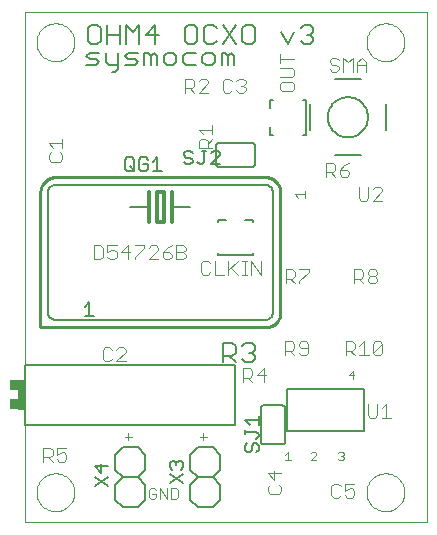
<source format=gto>
G75*
G70*
%OFA0B0*%
%FSLAX24Y24*%
%IPPOS*%
%LPD*%
%AMOC8*
5,1,8,0,0,1.08239X$1,22.5*
%
%ADD10C,0.0000*%
%ADD11C,0.0060*%
%ADD12C,0.0040*%
%ADD13C,0.0030*%
%ADD14C,0.0100*%
%ADD15C,0.0120*%
%ADD16C,0.0050*%
%ADD17R,0.0250X0.1000*%
%ADD18R,0.0250X0.0350*%
%ADD19C,0.0070*%
%ADD20C,0.0080*%
D10*
X000600Y000100D02*
X000600Y017096D01*
X013970Y017096D01*
X013970Y000100D01*
X000600Y000100D01*
X000970Y001100D02*
X000972Y001150D01*
X000978Y001200D01*
X000988Y001249D01*
X001002Y001297D01*
X001019Y001344D01*
X001040Y001389D01*
X001065Y001433D01*
X001093Y001474D01*
X001125Y001513D01*
X001159Y001550D01*
X001196Y001584D01*
X001236Y001614D01*
X001278Y001641D01*
X001322Y001665D01*
X001368Y001686D01*
X001415Y001702D01*
X001463Y001715D01*
X001513Y001724D01*
X001562Y001729D01*
X001613Y001730D01*
X001663Y001727D01*
X001712Y001720D01*
X001761Y001709D01*
X001809Y001694D01*
X001855Y001676D01*
X001900Y001654D01*
X001943Y001628D01*
X001984Y001599D01*
X002023Y001567D01*
X002059Y001532D01*
X002091Y001494D01*
X002121Y001454D01*
X002148Y001411D01*
X002171Y001367D01*
X002190Y001321D01*
X002206Y001273D01*
X002218Y001224D01*
X002226Y001175D01*
X002230Y001125D01*
X002230Y001075D01*
X002226Y001025D01*
X002218Y000976D01*
X002206Y000927D01*
X002190Y000879D01*
X002171Y000833D01*
X002148Y000789D01*
X002121Y000746D01*
X002091Y000706D01*
X002059Y000668D01*
X002023Y000633D01*
X001984Y000601D01*
X001943Y000572D01*
X001900Y000546D01*
X001855Y000524D01*
X001809Y000506D01*
X001761Y000491D01*
X001712Y000480D01*
X001663Y000473D01*
X001613Y000470D01*
X001562Y000471D01*
X001513Y000476D01*
X001463Y000485D01*
X001415Y000498D01*
X001368Y000514D01*
X001322Y000535D01*
X001278Y000559D01*
X001236Y000586D01*
X001196Y000616D01*
X001159Y000650D01*
X001125Y000687D01*
X001093Y000726D01*
X001065Y000767D01*
X001040Y000811D01*
X001019Y000856D01*
X001002Y000903D01*
X000988Y000951D01*
X000978Y001000D01*
X000972Y001050D01*
X000970Y001100D01*
X011970Y001100D02*
X011972Y001150D01*
X011978Y001200D01*
X011988Y001249D01*
X012002Y001297D01*
X012019Y001344D01*
X012040Y001389D01*
X012065Y001433D01*
X012093Y001474D01*
X012125Y001513D01*
X012159Y001550D01*
X012196Y001584D01*
X012236Y001614D01*
X012278Y001641D01*
X012322Y001665D01*
X012368Y001686D01*
X012415Y001702D01*
X012463Y001715D01*
X012513Y001724D01*
X012562Y001729D01*
X012613Y001730D01*
X012663Y001727D01*
X012712Y001720D01*
X012761Y001709D01*
X012809Y001694D01*
X012855Y001676D01*
X012900Y001654D01*
X012943Y001628D01*
X012984Y001599D01*
X013023Y001567D01*
X013059Y001532D01*
X013091Y001494D01*
X013121Y001454D01*
X013148Y001411D01*
X013171Y001367D01*
X013190Y001321D01*
X013206Y001273D01*
X013218Y001224D01*
X013226Y001175D01*
X013230Y001125D01*
X013230Y001075D01*
X013226Y001025D01*
X013218Y000976D01*
X013206Y000927D01*
X013190Y000879D01*
X013171Y000833D01*
X013148Y000789D01*
X013121Y000746D01*
X013091Y000706D01*
X013059Y000668D01*
X013023Y000633D01*
X012984Y000601D01*
X012943Y000572D01*
X012900Y000546D01*
X012855Y000524D01*
X012809Y000506D01*
X012761Y000491D01*
X012712Y000480D01*
X012663Y000473D01*
X012613Y000470D01*
X012562Y000471D01*
X012513Y000476D01*
X012463Y000485D01*
X012415Y000498D01*
X012368Y000514D01*
X012322Y000535D01*
X012278Y000559D01*
X012236Y000586D01*
X012196Y000616D01*
X012159Y000650D01*
X012125Y000687D01*
X012093Y000726D01*
X012065Y000767D01*
X012040Y000811D01*
X012019Y000856D01*
X012002Y000903D01*
X011988Y000951D01*
X011978Y001000D01*
X011972Y001050D01*
X011970Y001100D01*
X011970Y016100D02*
X011972Y016150D01*
X011978Y016200D01*
X011988Y016249D01*
X012002Y016297D01*
X012019Y016344D01*
X012040Y016389D01*
X012065Y016433D01*
X012093Y016474D01*
X012125Y016513D01*
X012159Y016550D01*
X012196Y016584D01*
X012236Y016614D01*
X012278Y016641D01*
X012322Y016665D01*
X012368Y016686D01*
X012415Y016702D01*
X012463Y016715D01*
X012513Y016724D01*
X012562Y016729D01*
X012613Y016730D01*
X012663Y016727D01*
X012712Y016720D01*
X012761Y016709D01*
X012809Y016694D01*
X012855Y016676D01*
X012900Y016654D01*
X012943Y016628D01*
X012984Y016599D01*
X013023Y016567D01*
X013059Y016532D01*
X013091Y016494D01*
X013121Y016454D01*
X013148Y016411D01*
X013171Y016367D01*
X013190Y016321D01*
X013206Y016273D01*
X013218Y016224D01*
X013226Y016175D01*
X013230Y016125D01*
X013230Y016075D01*
X013226Y016025D01*
X013218Y015976D01*
X013206Y015927D01*
X013190Y015879D01*
X013171Y015833D01*
X013148Y015789D01*
X013121Y015746D01*
X013091Y015706D01*
X013059Y015668D01*
X013023Y015633D01*
X012984Y015601D01*
X012943Y015572D01*
X012900Y015546D01*
X012855Y015524D01*
X012809Y015506D01*
X012761Y015491D01*
X012712Y015480D01*
X012663Y015473D01*
X012613Y015470D01*
X012562Y015471D01*
X012513Y015476D01*
X012463Y015485D01*
X012415Y015498D01*
X012368Y015514D01*
X012322Y015535D01*
X012278Y015559D01*
X012236Y015586D01*
X012196Y015616D01*
X012159Y015650D01*
X012125Y015687D01*
X012093Y015726D01*
X012065Y015767D01*
X012040Y015811D01*
X012019Y015856D01*
X012002Y015903D01*
X011988Y015951D01*
X011978Y016000D01*
X011972Y016050D01*
X011970Y016100D01*
X000970Y016100D02*
X000972Y016150D01*
X000978Y016200D01*
X000988Y016249D01*
X001002Y016297D01*
X001019Y016344D01*
X001040Y016389D01*
X001065Y016433D01*
X001093Y016474D01*
X001125Y016513D01*
X001159Y016550D01*
X001196Y016584D01*
X001236Y016614D01*
X001278Y016641D01*
X001322Y016665D01*
X001368Y016686D01*
X001415Y016702D01*
X001463Y016715D01*
X001513Y016724D01*
X001562Y016729D01*
X001613Y016730D01*
X001663Y016727D01*
X001712Y016720D01*
X001761Y016709D01*
X001809Y016694D01*
X001855Y016676D01*
X001900Y016654D01*
X001943Y016628D01*
X001984Y016599D01*
X002023Y016567D01*
X002059Y016532D01*
X002091Y016494D01*
X002121Y016454D01*
X002148Y016411D01*
X002171Y016367D01*
X002190Y016321D01*
X002206Y016273D01*
X002218Y016224D01*
X002226Y016175D01*
X002230Y016125D01*
X002230Y016075D01*
X002226Y016025D01*
X002218Y015976D01*
X002206Y015927D01*
X002190Y015879D01*
X002171Y015833D01*
X002148Y015789D01*
X002121Y015746D01*
X002091Y015706D01*
X002059Y015668D01*
X002023Y015633D01*
X001984Y015601D01*
X001943Y015572D01*
X001900Y015546D01*
X001855Y015524D01*
X001809Y015506D01*
X001761Y015491D01*
X001712Y015480D01*
X001663Y015473D01*
X001613Y015470D01*
X001562Y015471D01*
X001513Y015476D01*
X001463Y015485D01*
X001415Y015498D01*
X001368Y015514D01*
X001322Y015535D01*
X001278Y015559D01*
X001236Y015586D01*
X001196Y015616D01*
X001159Y015650D01*
X001125Y015687D01*
X001093Y015726D01*
X001065Y015767D01*
X001040Y015811D01*
X001019Y015856D01*
X001002Y015903D01*
X000988Y015951D01*
X000978Y016000D01*
X000972Y016050D01*
X000970Y016100D01*
D11*
X002680Y016137D02*
X002787Y016030D01*
X003000Y016030D01*
X003107Y016137D01*
X003107Y016564D01*
X003000Y016671D01*
X002787Y016671D01*
X002680Y016564D01*
X002680Y016137D01*
X002737Y015757D02*
X003057Y015757D01*
X003275Y015757D02*
X003275Y015437D01*
X003381Y015330D01*
X003702Y015330D01*
X003702Y015223D02*
X003595Y015116D01*
X003488Y015116D01*
X003702Y015223D02*
X003702Y015757D01*
X003919Y015650D02*
X004026Y015544D01*
X004239Y015544D01*
X004346Y015437D01*
X004239Y015330D01*
X003919Y015330D01*
X003919Y015650D02*
X004026Y015757D01*
X004346Y015757D01*
X004564Y015757D02*
X004670Y015757D01*
X004777Y015650D01*
X004884Y015757D01*
X004991Y015650D01*
X004991Y015330D01*
X004777Y015330D02*
X004777Y015650D01*
X004564Y015757D02*
X004564Y015330D01*
X004396Y016030D02*
X004396Y016671D01*
X004183Y016457D01*
X003969Y016671D01*
X003969Y016030D01*
X003752Y016030D02*
X003752Y016671D01*
X003752Y016350D02*
X003325Y016350D01*
X003325Y016030D02*
X003325Y016671D01*
X002737Y015757D02*
X002630Y015650D01*
X002737Y015544D01*
X002950Y015544D01*
X003057Y015437D01*
X002950Y015330D01*
X002630Y015330D01*
X004614Y016350D02*
X005041Y016350D01*
X004934Y016030D02*
X004934Y016671D01*
X004614Y016350D01*
X005208Y015650D02*
X005208Y015437D01*
X005315Y015330D01*
X005528Y015330D01*
X005635Y015437D01*
X005635Y015650D01*
X005528Y015757D01*
X005315Y015757D01*
X005208Y015650D01*
X005853Y015650D02*
X005853Y015437D01*
X005960Y015330D01*
X006280Y015330D01*
X006497Y015437D02*
X006604Y015330D01*
X006818Y015330D01*
X006924Y015437D01*
X006924Y015650D01*
X006818Y015757D01*
X006604Y015757D01*
X006497Y015650D01*
X006497Y015437D01*
X006280Y015757D02*
X005960Y015757D01*
X005853Y015650D01*
X006010Y016030D02*
X005903Y016137D01*
X005903Y016564D01*
X006010Y016671D01*
X006223Y016671D01*
X006330Y016564D01*
X006330Y016137D01*
X006223Y016030D01*
X006010Y016030D01*
X006547Y016137D02*
X006654Y016030D01*
X006868Y016030D01*
X006974Y016137D01*
X007192Y016030D02*
X007619Y016671D01*
X007836Y016564D02*
X007836Y016137D01*
X007943Y016030D01*
X008157Y016030D01*
X008263Y016137D01*
X008263Y016564D01*
X008157Y016671D01*
X007943Y016671D01*
X007836Y016564D01*
X007619Y016030D02*
X007192Y016671D01*
X006974Y016564D02*
X006868Y016671D01*
X006654Y016671D01*
X006547Y016564D01*
X006547Y016137D01*
X007142Y015757D02*
X007142Y015330D01*
X007355Y015330D02*
X007355Y015650D01*
X007462Y015757D01*
X007569Y015650D01*
X007569Y015330D01*
X007355Y015650D02*
X007249Y015757D01*
X007142Y015757D01*
X009125Y016457D02*
X009339Y016030D01*
X009553Y016457D01*
X009770Y016564D02*
X009877Y016671D01*
X010090Y016671D01*
X010197Y016564D01*
X010197Y016457D01*
X010090Y016350D01*
X010197Y016244D01*
X010197Y016137D01*
X010090Y016030D01*
X009877Y016030D01*
X009770Y016137D01*
X009984Y016350D02*
X010090Y016350D01*
X008150Y012750D02*
X007050Y012750D01*
X007033Y012748D01*
X007016Y012744D01*
X007000Y012737D01*
X006986Y012727D01*
X006973Y012714D01*
X006963Y012700D01*
X006956Y012684D01*
X006952Y012667D01*
X006950Y012650D01*
X006950Y012050D01*
X006952Y012033D01*
X006956Y012016D01*
X006963Y012000D01*
X006973Y011986D01*
X006986Y011973D01*
X007000Y011963D01*
X007016Y011956D01*
X007033Y011952D01*
X007050Y011950D01*
X008150Y011950D01*
X008167Y011952D01*
X008184Y011956D01*
X008200Y011963D01*
X008214Y011973D01*
X008227Y011986D01*
X008237Y012000D01*
X008244Y012016D01*
X008248Y012033D01*
X008250Y012050D01*
X008250Y012650D01*
X008248Y012667D01*
X008244Y012684D01*
X008237Y012700D01*
X008227Y012714D01*
X008214Y012727D01*
X008200Y012737D01*
X008184Y012744D01*
X008167Y012748D01*
X008150Y012750D01*
X008600Y011350D02*
X001600Y011350D01*
X001570Y011348D01*
X001540Y011343D01*
X001511Y011334D01*
X001484Y011321D01*
X001458Y011306D01*
X001434Y011287D01*
X001413Y011266D01*
X001394Y011242D01*
X001379Y011216D01*
X001366Y011189D01*
X001357Y011160D01*
X001352Y011130D01*
X001350Y011100D01*
X001350Y007100D01*
X001352Y007070D01*
X001357Y007040D01*
X001366Y007011D01*
X001379Y006984D01*
X001394Y006958D01*
X001413Y006934D01*
X001434Y006913D01*
X001458Y006894D01*
X001484Y006879D01*
X001511Y006866D01*
X001540Y006857D01*
X001570Y006852D01*
X001600Y006850D01*
X008600Y006850D01*
X008630Y006852D01*
X008660Y006857D01*
X008689Y006866D01*
X008716Y006879D01*
X008742Y006894D01*
X008766Y006913D01*
X008787Y006934D01*
X008806Y006958D01*
X008821Y006984D01*
X008834Y007011D01*
X008843Y007040D01*
X008848Y007070D01*
X008850Y007100D01*
X008850Y011100D01*
X008848Y011130D01*
X008843Y011160D01*
X008834Y011189D01*
X008821Y011216D01*
X008806Y011242D01*
X008787Y011266D01*
X008766Y011287D01*
X008742Y011306D01*
X008716Y011321D01*
X008689Y011334D01*
X008660Y011343D01*
X008630Y011348D01*
X008600Y011350D01*
X006100Y010600D02*
X005470Y010600D01*
X004730Y010600D02*
X004100Y010600D01*
X000600Y005350D02*
X000600Y003350D01*
X007600Y003350D01*
X007600Y005350D01*
X000600Y005350D01*
X003600Y002350D02*
X003600Y001850D01*
X003850Y001600D01*
X003600Y001350D01*
X003600Y000850D01*
X003850Y000600D01*
X004350Y000600D01*
X004600Y000850D01*
X004600Y001350D01*
X004350Y001600D01*
X003850Y001600D01*
X004350Y001600D02*
X004600Y001850D01*
X004600Y002350D01*
X004350Y002600D01*
X003850Y002600D01*
X003600Y002350D01*
X006100Y002350D02*
X006100Y001850D01*
X006350Y001600D01*
X006100Y001350D01*
X006100Y000850D01*
X006350Y000600D01*
X006850Y000600D01*
X007100Y000850D01*
X007100Y001350D01*
X006850Y001600D01*
X006350Y001600D01*
X006850Y001600D02*
X007100Y001850D01*
X007100Y002350D01*
X006850Y002600D01*
X006350Y002600D01*
X006100Y002350D01*
X008450Y002800D02*
X008450Y003900D01*
X008452Y003917D01*
X008456Y003934D01*
X008463Y003950D01*
X008473Y003964D01*
X008486Y003977D01*
X008500Y003987D01*
X008516Y003994D01*
X008533Y003998D01*
X008550Y004000D01*
X009150Y004000D01*
X009167Y003998D01*
X009184Y003994D01*
X009200Y003987D01*
X009214Y003977D01*
X009227Y003964D01*
X009237Y003950D01*
X009244Y003934D01*
X009248Y003917D01*
X009250Y003900D01*
X009250Y002800D01*
X009248Y002783D01*
X009244Y002766D01*
X009237Y002750D01*
X009227Y002736D01*
X009214Y002723D01*
X009200Y002713D01*
X009184Y002706D01*
X009167Y002702D01*
X009150Y002700D01*
X008550Y002700D01*
X008533Y002702D01*
X008516Y002706D01*
X008500Y002713D01*
X008486Y002723D01*
X008473Y002736D01*
X008463Y002750D01*
X008456Y002766D01*
X008452Y002783D01*
X008450Y002800D01*
D12*
X009261Y002357D02*
X009354Y002450D01*
X009354Y002170D01*
X009261Y002170D02*
X009448Y002170D01*
X009130Y001740D02*
X008670Y001740D01*
X008900Y001510D01*
X008900Y001817D01*
X009053Y001356D02*
X009130Y001279D01*
X009130Y001126D01*
X009053Y001049D01*
X008746Y001049D01*
X008670Y001126D01*
X008670Y001279D01*
X008746Y001356D01*
X010112Y002166D02*
X010299Y002353D01*
X010299Y002400D01*
X010252Y002447D01*
X010159Y002447D01*
X010112Y002400D01*
X010112Y002166D02*
X010299Y002166D01*
X010876Y001380D02*
X010799Y001304D01*
X010799Y000997D01*
X010876Y000920D01*
X011029Y000920D01*
X011106Y000997D01*
X011260Y000997D02*
X011336Y000920D01*
X011490Y000920D01*
X011567Y000997D01*
X011567Y001150D01*
X011490Y001227D01*
X011413Y001227D01*
X011260Y001150D01*
X011260Y001380D01*
X011567Y001380D01*
X011106Y001304D02*
X011029Y001380D01*
X010876Y001380D01*
X011069Y002170D02*
X011022Y002217D01*
X011069Y002170D02*
X011162Y002170D01*
X011209Y002217D01*
X011209Y002263D01*
X011162Y002310D01*
X011115Y002310D01*
X011162Y002310D02*
X011209Y002357D01*
X011209Y002404D01*
X011162Y002450D01*
X011069Y002450D01*
X011022Y002404D01*
X012097Y003590D02*
X012250Y003590D01*
X012327Y003667D01*
X012327Y004050D01*
X012480Y003897D02*
X012634Y004050D01*
X012634Y003590D01*
X012787Y003590D02*
X012480Y003590D01*
X012097Y003590D02*
X012020Y003667D01*
X012020Y004050D01*
X011510Y004870D02*
X011510Y005150D01*
X011370Y005010D01*
X011557Y005010D01*
X011577Y005670D02*
X011423Y005823D01*
X011500Y005823D02*
X011270Y005823D01*
X011270Y005670D02*
X011270Y006130D01*
X011500Y006130D01*
X011577Y006054D01*
X011577Y005900D01*
X011500Y005823D01*
X011730Y005670D02*
X012037Y005670D01*
X011884Y005670D02*
X011884Y006130D01*
X011730Y005977D01*
X012191Y006054D02*
X012191Y005747D01*
X012498Y006054D01*
X012498Y005747D01*
X012421Y005670D01*
X012268Y005670D01*
X012191Y005747D01*
X012191Y006054D02*
X012268Y006130D01*
X012421Y006130D01*
X012498Y006054D01*
X012240Y008070D02*
X012086Y008070D01*
X012010Y008147D01*
X012010Y008223D01*
X012086Y008300D01*
X012240Y008300D01*
X012317Y008223D01*
X012317Y008147D01*
X012240Y008070D01*
X012240Y008300D02*
X012317Y008377D01*
X012317Y008454D01*
X012240Y008530D01*
X012086Y008530D01*
X012010Y008454D01*
X012010Y008377D01*
X012086Y008300D01*
X011856Y008300D02*
X011779Y008223D01*
X011549Y008223D01*
X011549Y008070D02*
X011549Y008530D01*
X011779Y008530D01*
X011856Y008454D01*
X011856Y008300D01*
X011703Y008223D02*
X011856Y008070D01*
X010037Y008454D02*
X009730Y008147D01*
X009730Y008070D01*
X009577Y008070D02*
X009423Y008223D01*
X009500Y008223D02*
X009270Y008223D01*
X009270Y008070D02*
X009270Y008530D01*
X009500Y008530D01*
X009577Y008454D01*
X009577Y008300D01*
X009500Y008223D01*
X009730Y008530D02*
X010037Y008530D01*
X010037Y008454D01*
X008441Y008351D02*
X008441Y008811D01*
X008134Y008811D02*
X008441Y008351D01*
X008134Y008351D02*
X008134Y008811D01*
X007980Y008811D02*
X007827Y008811D01*
X007904Y008811D02*
X007904Y008351D01*
X007980Y008351D02*
X007827Y008351D01*
X007673Y008351D02*
X007443Y008581D01*
X007367Y008505D02*
X007673Y008811D01*
X007367Y008811D02*
X007367Y008351D01*
X007213Y008351D02*
X006906Y008351D01*
X006906Y008811D01*
X006753Y008735D02*
X006676Y008811D01*
X006522Y008811D01*
X006446Y008735D01*
X006446Y008428D01*
X006522Y008351D01*
X006676Y008351D01*
X006753Y008428D01*
X005939Y008947D02*
X005863Y008870D01*
X005632Y008870D01*
X005632Y009330D01*
X005863Y009330D01*
X005939Y009254D01*
X005939Y009177D01*
X005863Y009100D01*
X005632Y009100D01*
X005479Y009023D02*
X005402Y009100D01*
X005172Y009100D01*
X005172Y008947D01*
X005249Y008870D01*
X005402Y008870D01*
X005479Y008947D01*
X005479Y009023D01*
X005325Y009254D02*
X005172Y009100D01*
X005018Y009177D02*
X005018Y009254D01*
X004942Y009330D01*
X004788Y009330D01*
X004712Y009254D01*
X004558Y009254D02*
X004558Y009330D01*
X004251Y009330D01*
X004021Y009330D02*
X003791Y009100D01*
X004098Y009100D01*
X004251Y008947D02*
X004251Y008870D01*
X004251Y008947D02*
X004558Y009254D01*
X004712Y008870D02*
X005018Y009177D01*
X005018Y008870D02*
X004712Y008870D01*
X005325Y009254D02*
X005479Y009330D01*
X005863Y009100D02*
X005939Y009023D01*
X005939Y008947D01*
X004021Y008870D02*
X004021Y009330D01*
X003637Y009330D02*
X003330Y009330D01*
X003330Y009100D01*
X003484Y009177D01*
X003561Y009177D01*
X003637Y009100D01*
X003637Y008947D01*
X003561Y008870D01*
X003407Y008870D01*
X003330Y008947D01*
X003177Y008947D02*
X003100Y008870D01*
X002870Y008870D01*
X002870Y009330D01*
X003100Y009330D01*
X003177Y009254D01*
X003177Y008947D01*
X003247Y005930D02*
X003170Y005854D01*
X003170Y005547D01*
X003247Y005470D01*
X003400Y005470D01*
X003477Y005547D01*
X003630Y005470D02*
X003937Y005777D01*
X003937Y005854D01*
X003861Y005930D01*
X003707Y005930D01*
X003630Y005854D01*
X003477Y005854D02*
X003400Y005930D01*
X003247Y005930D01*
X003630Y005470D02*
X003937Y005470D01*
X001967Y002580D02*
X001660Y002580D01*
X001660Y002350D01*
X001813Y002427D01*
X001890Y002427D01*
X001967Y002350D01*
X001967Y002197D01*
X001890Y002120D01*
X001736Y002120D01*
X001660Y002197D01*
X001506Y002120D02*
X001353Y002273D01*
X001429Y002273D02*
X001199Y002273D01*
X001199Y002120D02*
X001199Y002580D01*
X001429Y002580D01*
X001506Y002504D01*
X001506Y002350D01*
X001429Y002273D01*
X007849Y004770D02*
X007849Y005230D01*
X008079Y005230D01*
X008156Y005154D01*
X008156Y005000D01*
X008079Y004923D01*
X007849Y004923D01*
X008003Y004923D02*
X008156Y004770D01*
X008310Y005000D02*
X008617Y005000D01*
X008540Y004770D02*
X008540Y005230D01*
X008310Y005000D01*
X009249Y005670D02*
X009249Y006130D01*
X009479Y006130D01*
X009556Y006054D01*
X009556Y005900D01*
X009479Y005823D01*
X009249Y005823D01*
X009403Y005823D02*
X009556Y005670D01*
X009710Y005747D02*
X009786Y005670D01*
X009940Y005670D01*
X010017Y005747D01*
X010017Y006054D01*
X009940Y006130D01*
X009786Y006130D01*
X009710Y006054D01*
X009710Y005977D01*
X009786Y005900D01*
X010017Y005900D01*
X011797Y010820D02*
X011950Y010820D01*
X012027Y010897D01*
X012027Y011280D01*
X012180Y011204D02*
X012257Y011280D01*
X012411Y011280D01*
X012487Y011204D01*
X012487Y011127D01*
X012180Y010820D01*
X012487Y010820D01*
X011797Y010820D02*
X011720Y010897D01*
X011720Y011280D01*
X011311Y011620D02*
X011387Y011697D01*
X011387Y011773D01*
X011311Y011850D01*
X011080Y011850D01*
X011080Y011697D01*
X011157Y011620D01*
X011311Y011620D01*
X011080Y011850D02*
X011234Y012004D01*
X011387Y012080D01*
X010927Y012004D02*
X010927Y011850D01*
X010850Y011773D01*
X010620Y011773D01*
X010620Y011620D02*
X010620Y012080D01*
X010850Y012080D01*
X010927Y012004D01*
X010773Y011773D02*
X010927Y011620D01*
X009472Y014479D02*
X009165Y014479D01*
X009089Y014556D01*
X009089Y014710D01*
X009165Y014786D01*
X009472Y014786D01*
X009549Y014710D01*
X009549Y014556D01*
X009472Y014479D01*
X009472Y014940D02*
X009549Y015017D01*
X009549Y015170D01*
X009472Y015247D01*
X009089Y015247D01*
X009089Y015400D02*
X009089Y015707D01*
X009089Y015554D02*
X009549Y015554D01*
X009472Y014940D02*
X009089Y014940D01*
X007937Y014804D02*
X007937Y014727D01*
X007861Y014650D01*
X007937Y014573D01*
X007937Y014497D01*
X007861Y014420D01*
X007707Y014420D01*
X007630Y014497D01*
X007477Y014497D02*
X007400Y014420D01*
X007247Y014420D01*
X007170Y014497D01*
X007170Y014804D01*
X007247Y014880D01*
X007400Y014880D01*
X007477Y014804D01*
X007630Y014804D02*
X007707Y014880D01*
X007861Y014880D01*
X007937Y014804D01*
X007861Y014650D02*
X007784Y014650D01*
X006687Y014727D02*
X006687Y014804D01*
X006611Y014880D01*
X006457Y014880D01*
X006380Y014804D01*
X006227Y014804D02*
X006227Y014650D01*
X006150Y014573D01*
X005920Y014573D01*
X005920Y014420D02*
X005920Y014880D01*
X006150Y014880D01*
X006227Y014804D01*
X006073Y014573D02*
X006227Y014420D01*
X006380Y014420D02*
X006687Y014727D01*
X006687Y014420D02*
X006380Y014420D01*
X006830Y013337D02*
X006830Y013030D01*
X006830Y012877D02*
X006677Y012723D01*
X006677Y012800D02*
X006677Y012570D01*
X006830Y012570D02*
X006370Y012570D01*
X006370Y012800D01*
X006446Y012877D01*
X006600Y012877D01*
X006677Y012800D01*
X006523Y013030D02*
X006370Y013184D01*
X006830Y013184D01*
X010739Y015197D02*
X010816Y015120D01*
X010969Y015120D01*
X011046Y015197D01*
X011046Y015273D01*
X010969Y015350D01*
X010816Y015350D01*
X010739Y015427D01*
X010739Y015504D01*
X010816Y015580D01*
X010969Y015580D01*
X011046Y015504D01*
X011199Y015580D02*
X011353Y015427D01*
X011506Y015580D01*
X011506Y015120D01*
X011660Y015120D02*
X011660Y015427D01*
X011813Y015580D01*
X011967Y015427D01*
X011967Y015120D01*
X011967Y015350D02*
X011660Y015350D01*
X011199Y015120D02*
X011199Y015580D01*
X001830Y012887D02*
X001830Y012580D01*
X001830Y012734D02*
X001370Y012734D01*
X001523Y012580D01*
X001446Y012427D02*
X001370Y012350D01*
X001370Y012197D01*
X001446Y012120D01*
X001753Y012120D01*
X001830Y012197D01*
X001830Y012350D01*
X001753Y012427D01*
D13*
X009571Y011036D02*
X009935Y011036D01*
X009935Y010915D02*
X009935Y011158D01*
X009692Y010915D02*
X009571Y011036D01*
X006536Y003068D02*
X006536Y002826D01*
X006415Y002947D02*
X006658Y002947D01*
X005622Y001229D02*
X005440Y001229D01*
X005440Y000865D01*
X005622Y000865D01*
X005683Y000926D01*
X005683Y001168D01*
X005622Y001229D01*
X005320Y001229D02*
X005320Y000865D01*
X005078Y001229D01*
X005078Y000865D01*
X004958Y000926D02*
X004958Y001047D01*
X004836Y001047D01*
X004715Y000926D02*
X004776Y000865D01*
X004897Y000865D01*
X004958Y000926D01*
X004958Y001168D02*
X004897Y001229D01*
X004776Y001229D01*
X004715Y001168D01*
X004715Y000926D01*
X004036Y002826D02*
X004036Y003068D01*
X003915Y002947D02*
X004158Y002947D01*
D14*
X001100Y006600D02*
X001100Y011100D01*
X001102Y011144D01*
X001108Y011187D01*
X001117Y011229D01*
X001130Y011271D01*
X001147Y011311D01*
X001167Y011350D01*
X001190Y011387D01*
X001217Y011421D01*
X001246Y011454D01*
X001279Y011483D01*
X001313Y011510D01*
X001350Y011533D01*
X001389Y011553D01*
X001429Y011570D01*
X001471Y011583D01*
X001513Y011592D01*
X001556Y011598D01*
X001600Y011600D01*
X008600Y011600D01*
X008644Y011598D01*
X008687Y011592D01*
X008729Y011583D01*
X008771Y011570D01*
X008811Y011553D01*
X008850Y011533D01*
X008887Y011510D01*
X008921Y011483D01*
X008954Y011454D01*
X008983Y011421D01*
X009010Y011387D01*
X009033Y011350D01*
X009053Y011311D01*
X009070Y011271D01*
X009083Y011229D01*
X009092Y011187D01*
X009098Y011144D01*
X009100Y011100D01*
X009100Y007100D01*
X009098Y007056D01*
X009092Y007013D01*
X009083Y006971D01*
X009070Y006929D01*
X009053Y006889D01*
X009033Y006850D01*
X009010Y006813D01*
X008983Y006779D01*
X008954Y006746D01*
X008921Y006717D01*
X008887Y006690D01*
X008850Y006667D01*
X008811Y006647D01*
X008771Y006630D01*
X008729Y006617D01*
X008687Y006608D01*
X008644Y006602D01*
X008600Y006600D01*
X001100Y006600D01*
D15*
X004730Y010100D02*
X004730Y010600D01*
X004730Y011100D01*
X004970Y011100D02*
X005220Y011100D01*
X005220Y010100D01*
X004970Y010100D01*
X004970Y011100D01*
X005470Y011100D02*
X005470Y010600D01*
X005470Y010100D01*
D16*
X005146Y011815D02*
X004846Y011815D01*
X004996Y011815D02*
X004996Y012265D01*
X004846Y012115D01*
X004686Y012040D02*
X004686Y011890D01*
X004611Y011815D01*
X004460Y011815D01*
X004385Y011890D01*
X004385Y012190D01*
X004460Y012265D01*
X004611Y012265D01*
X004686Y012190D01*
X004686Y012040D02*
X004536Y012040D01*
X004225Y011890D02*
X004150Y011815D01*
X004000Y011815D01*
X003925Y011890D01*
X003925Y012190D01*
X004000Y012265D01*
X004150Y012265D01*
X004225Y012190D01*
X004225Y011890D01*
X004225Y011815D02*
X004075Y011965D01*
X005875Y012100D02*
X005950Y012025D01*
X006100Y012025D01*
X006175Y012100D01*
X006175Y012175D01*
X006100Y012250D01*
X005950Y012250D01*
X005875Y012325D01*
X005875Y012400D01*
X005950Y012475D01*
X006100Y012475D01*
X006175Y012400D01*
X006486Y012475D02*
X006636Y012475D01*
X006561Y012475D02*
X006561Y012100D01*
X006486Y012025D01*
X006410Y012025D01*
X006335Y012100D01*
X006796Y012025D02*
X007096Y012325D01*
X007096Y012400D01*
X007021Y012475D01*
X006871Y012475D01*
X006796Y012400D01*
X006796Y012025D02*
X007096Y012025D01*
X007009Y010191D02*
X007009Y010112D01*
X007009Y010191D02*
X007285Y010191D01*
X007915Y010191D02*
X008191Y010191D01*
X008191Y010112D01*
X008191Y009088D02*
X008191Y009009D01*
X007009Y009009D01*
X007009Y009088D01*
X008759Y013009D02*
X008838Y013009D01*
X008759Y013009D02*
X008759Y013285D01*
X008759Y013915D02*
X008759Y014191D01*
X008838Y014191D01*
X009862Y014191D02*
X009941Y014191D01*
X009941Y013009D01*
X009862Y013009D01*
X002875Y006975D02*
X002575Y006975D01*
X002725Y006975D02*
X002725Y007425D01*
X002575Y007275D01*
X005480Y002156D02*
X005555Y002156D01*
X005630Y002081D01*
X005705Y002156D01*
X005780Y002156D01*
X005855Y002081D01*
X005855Y001930D01*
X005780Y001855D01*
X005855Y001695D02*
X005405Y001395D01*
X005405Y001695D02*
X005855Y001395D01*
X005480Y001855D02*
X005405Y001930D01*
X005405Y002081D01*
X005480Y002156D01*
X005630Y002081D02*
X005630Y002006D01*
X003355Y001981D02*
X002905Y001981D01*
X003130Y001755D01*
X003130Y002056D01*
X003355Y001595D02*
X002905Y001295D01*
X002905Y001595D02*
X003355Y001295D01*
X007925Y002500D02*
X008000Y002425D01*
X008075Y002425D01*
X008150Y002500D01*
X008150Y002650D01*
X008225Y002725D01*
X008300Y002725D01*
X008375Y002650D01*
X008375Y002500D01*
X008300Y002425D01*
X008000Y002725D02*
X007925Y002650D01*
X007925Y002500D01*
X007925Y003036D02*
X007925Y003186D01*
X007925Y003111D02*
X008300Y003111D01*
X008375Y003036D01*
X008375Y002960D01*
X008300Y002885D01*
X008375Y003346D02*
X008375Y003646D01*
X008375Y003496D02*
X007925Y003496D01*
X008075Y003346D01*
D17*
X000475Y004350D03*
D18*
X000225Y004025D03*
X000225Y004675D03*
D19*
X007185Y005435D02*
X007185Y006066D01*
X007500Y006066D01*
X007605Y005960D01*
X007605Y005750D01*
X007500Y005645D01*
X007185Y005645D01*
X007395Y005645D02*
X007605Y005435D01*
X007830Y005540D02*
X007935Y005435D01*
X008145Y005435D01*
X008250Y005540D01*
X008250Y005645D01*
X008145Y005750D01*
X008040Y005750D01*
X008145Y005750D02*
X008250Y005855D01*
X008250Y005960D01*
X008145Y006066D01*
X007935Y006066D01*
X007830Y005960D01*
D20*
X009310Y004550D02*
X011890Y004550D01*
X011890Y003150D01*
X009310Y003150D01*
X009310Y004550D01*
X010917Y012340D02*
X011783Y012340D01*
X012610Y013167D02*
X012610Y014033D01*
X011783Y014860D02*
X010917Y014860D01*
X010090Y014033D02*
X010090Y013167D01*
X010681Y013600D02*
X010683Y013651D01*
X010689Y013702D01*
X010699Y013752D01*
X010712Y013802D01*
X010730Y013850D01*
X010750Y013897D01*
X010775Y013942D01*
X010803Y013985D01*
X010834Y014026D01*
X010868Y014064D01*
X010905Y014099D01*
X010944Y014132D01*
X010986Y014162D01*
X011030Y014188D01*
X011076Y014210D01*
X011124Y014230D01*
X011173Y014245D01*
X011223Y014257D01*
X011273Y014265D01*
X011324Y014269D01*
X011376Y014269D01*
X011427Y014265D01*
X011477Y014257D01*
X011527Y014245D01*
X011576Y014230D01*
X011624Y014210D01*
X011670Y014188D01*
X011714Y014162D01*
X011756Y014132D01*
X011795Y014099D01*
X011832Y014064D01*
X011866Y014026D01*
X011897Y013985D01*
X011925Y013942D01*
X011950Y013897D01*
X011970Y013850D01*
X011988Y013802D01*
X012001Y013752D01*
X012011Y013702D01*
X012017Y013651D01*
X012019Y013600D01*
X012017Y013549D01*
X012011Y013498D01*
X012001Y013448D01*
X011988Y013398D01*
X011970Y013350D01*
X011950Y013303D01*
X011925Y013258D01*
X011897Y013215D01*
X011866Y013174D01*
X011832Y013136D01*
X011795Y013101D01*
X011756Y013068D01*
X011714Y013038D01*
X011670Y013012D01*
X011624Y012990D01*
X011576Y012970D01*
X011527Y012955D01*
X011477Y012943D01*
X011427Y012935D01*
X011376Y012931D01*
X011324Y012931D01*
X011273Y012935D01*
X011223Y012943D01*
X011173Y012955D01*
X011124Y012970D01*
X011076Y012990D01*
X011030Y013012D01*
X010986Y013038D01*
X010944Y013068D01*
X010905Y013101D01*
X010868Y013136D01*
X010834Y013174D01*
X010803Y013215D01*
X010775Y013258D01*
X010750Y013303D01*
X010730Y013350D01*
X010712Y013398D01*
X010699Y013448D01*
X010689Y013498D01*
X010683Y013549D01*
X010681Y013600D01*
M02*

</source>
